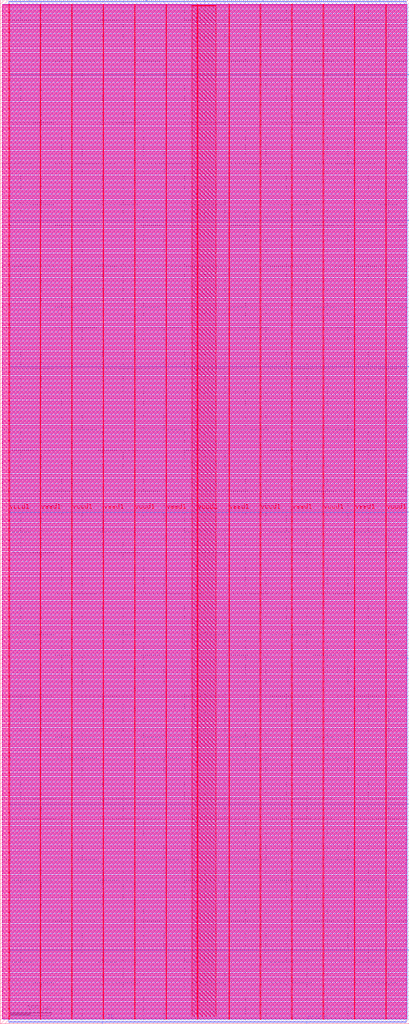
<source format=lef>
VERSION 5.7 ;
  NOWIREEXTENSIONATPIN ON ;
  DIVIDERCHAR "/" ;
  BUSBITCHARS "[]" ;
MACRO seven_segment_seconds
  CLASS BLOCK ;
  FOREIGN seven_segment_seconds ;
  ORIGIN 0.000 0.000 ;
  SIZE 1000.000 BY 2500.000 ;
  PIN clk
    DIRECTION INPUT ;
    USE SIGNAL ;
    ANTENNAGATEAREA 0.852000 ;
    ANTENNADIFFAREA 6.520500 ;
    PORT
      LAYER met2 ;
        RECT 249.870 0.000 250.150 4.000 ;
    END
  END clk
  PIN io_oeb[0]
    DIRECTION OUTPUT TRISTATE ;
    USE SIGNAL ;
    PORT
      LAYER met3 ;
        RECT 996.000 179.560 1000.000 180.160 ;
    END
  END io_oeb[0]
  PIN io_oeb[1]
    DIRECTION OUTPUT TRISTATE ;
    USE SIGNAL ;
    PORT
      LAYER met3 ;
        RECT 996.000 535.880 1000.000 536.480 ;
    END
  END io_oeb[1]
  PIN io_oeb[2]
    DIRECTION OUTPUT TRISTATE ;
    USE SIGNAL ;
    PORT
      LAYER met3 ;
        RECT 996.000 892.200 1000.000 892.800 ;
    END
  END io_oeb[2]
  PIN io_oeb[3]
    DIRECTION OUTPUT TRISTATE ;
    USE SIGNAL ;
    PORT
      LAYER met3 ;
        RECT 996.000 1248.520 1000.000 1249.120 ;
    END
  END io_oeb[3]
  PIN io_oeb[4]
    DIRECTION OUTPUT TRISTATE ;
    USE SIGNAL ;
    PORT
      LAYER met3 ;
        RECT 996.000 1604.840 1000.000 1605.440 ;
    END
  END io_oeb[4]
  PIN io_oeb[5]
    DIRECTION OUTPUT TRISTATE ;
    USE SIGNAL ;
    PORT
      LAYER met3 ;
        RECT 996.000 1961.160 1000.000 1961.760 ;
    END
  END io_oeb[5]
  PIN io_oeb[6]
    DIRECTION OUTPUT TRISTATE ;
    USE SIGNAL ;
    PORT
      LAYER met3 ;
        RECT 996.000 2317.480 1000.000 2318.080 ;
    END
  END io_oeb[6]
  PIN led_out[0]
    DIRECTION OUTPUT TRISTATE ;
    USE SIGNAL ;
    ANTENNADIFFAREA 0.445500 ;
    PORT
      LAYER met2 ;
        RECT 71.850 2496.000 72.130 2500.000 ;
    END
  END led_out[0]
  PIN led_out[1]
    DIRECTION OUTPUT TRISTATE ;
    USE SIGNAL ;
    ANTENNADIFFAREA 0.795200 ;
    PORT
      LAYER met2 ;
        RECT 214.450 2496.000 214.730 2500.000 ;
    END
  END led_out[1]
  PIN led_out[2]
    DIRECTION OUTPUT TRISTATE ;
    USE SIGNAL ;
    ANTENNADIFFAREA 0.795200 ;
    PORT
      LAYER met2 ;
        RECT 357.050 2496.000 357.330 2500.000 ;
    END
  END led_out[2]
  PIN led_out[3]
    DIRECTION OUTPUT TRISTATE ;
    USE SIGNAL ;
    ANTENNADIFFAREA 0.445500 ;
    PORT
      LAYER met2 ;
        RECT 499.650 2496.000 499.930 2500.000 ;
    END
  END led_out[3]
  PIN led_out[4]
    DIRECTION OUTPUT TRISTATE ;
    USE SIGNAL ;
    ANTENNADIFFAREA 0.795200 ;
    PORT
      LAYER met2 ;
        RECT 642.250 2496.000 642.530 2500.000 ;
    END
  END led_out[4]
  PIN led_out[5]
    DIRECTION OUTPUT TRISTATE ;
    USE SIGNAL ;
    ANTENNADIFFAREA 0.795200 ;
    PORT
      LAYER met2 ;
        RECT 784.850 2496.000 785.130 2500.000 ;
    END
  END led_out[5]
  PIN led_out[6]
    DIRECTION OUTPUT TRISTATE ;
    USE SIGNAL ;
    ANTENNADIFFAREA 0.795200 ;
    PORT
      LAYER met2 ;
        RECT 927.450 2496.000 927.730 2500.000 ;
    END
  END led_out[6]
  PIN reset
    DIRECTION INPUT ;
    USE SIGNAL ;
    ANTENNAGATEAREA 0.990000 ;
    ANTENNADIFFAREA 0.434700 ;
    PORT
      LAYER met2 ;
        RECT 749.890 0.000 750.170 4.000 ;
    END
  END reset
  PIN vccd1
    DIRECTION INOUT ;
    USE POWER ;
    PORT
      LAYER met4 ;
        RECT 21.040 10.640 22.640 2489.040 ;
    END
    PORT
      LAYER met4 ;
        RECT 174.640 10.640 176.240 2489.040 ;
    END
    PORT
      LAYER met4 ;
        RECT 328.240 10.640 329.840 2489.040 ;
    END
    PORT
      LAYER met4 ;
        RECT 481.840 10.640 483.440 2489.040 ;
    END
    PORT
      LAYER met4 ;
        RECT 635.440 10.640 637.040 2489.040 ;
    END
    PORT
      LAYER met4 ;
        RECT 789.040 10.640 790.640 2489.040 ;
    END
    PORT
      LAYER met4 ;
        RECT 942.640 10.640 944.240 2489.040 ;
    END
  END vccd1
  PIN vssd1
    DIRECTION INOUT ;
    USE GROUND ;
    PORT
      LAYER met4 ;
        RECT 97.840 10.640 99.440 2489.040 ;
    END
    PORT
      LAYER met4 ;
        RECT 251.440 10.640 253.040 2489.040 ;
    END
    PORT
      LAYER met4 ;
        RECT 405.040 10.640 406.640 2489.040 ;
    END
    PORT
      LAYER met4 ;
        RECT 558.640 10.640 560.240 2489.040 ;
    END
    PORT
      LAYER met4 ;
        RECT 712.240 10.640 713.840 2489.040 ;
    END
    PORT
      LAYER met4 ;
        RECT 865.840 10.640 867.440 2489.040 ;
    END
  END vssd1
  OBS
      LAYER nwell ;
        RECT 5.330 2487.385 994.250 2488.990 ;
        RECT 5.330 2481.945 994.250 2484.775 ;
        RECT 5.330 2476.505 994.250 2479.335 ;
        RECT 5.330 2471.065 994.250 2473.895 ;
        RECT 5.330 2465.625 994.250 2468.455 ;
        RECT 5.330 2460.185 994.250 2463.015 ;
        RECT 5.330 2454.745 994.250 2457.575 ;
        RECT 5.330 2449.305 994.250 2452.135 ;
        RECT 5.330 2443.865 994.250 2446.695 ;
        RECT 5.330 2438.425 994.250 2441.255 ;
        RECT 5.330 2432.985 994.250 2435.815 ;
        RECT 5.330 2427.545 994.250 2430.375 ;
        RECT 5.330 2422.105 994.250 2424.935 ;
        RECT 5.330 2416.665 994.250 2419.495 ;
        RECT 5.330 2411.225 994.250 2414.055 ;
        RECT 5.330 2405.785 994.250 2408.615 ;
        RECT 5.330 2400.345 994.250 2403.175 ;
        RECT 5.330 2394.905 994.250 2397.735 ;
        RECT 5.330 2389.465 994.250 2392.295 ;
        RECT 5.330 2384.025 994.250 2386.855 ;
        RECT 5.330 2378.585 994.250 2381.415 ;
        RECT 5.330 2373.145 994.250 2375.975 ;
        RECT 5.330 2367.705 994.250 2370.535 ;
        RECT 5.330 2362.265 994.250 2365.095 ;
        RECT 5.330 2356.825 994.250 2359.655 ;
        RECT 5.330 2351.385 994.250 2354.215 ;
        RECT 5.330 2345.945 994.250 2348.775 ;
        RECT 5.330 2340.505 994.250 2343.335 ;
        RECT 5.330 2335.065 994.250 2337.895 ;
        RECT 5.330 2329.625 994.250 2332.455 ;
        RECT 5.330 2324.185 994.250 2327.015 ;
        RECT 5.330 2318.745 994.250 2321.575 ;
        RECT 5.330 2313.305 994.250 2316.135 ;
        RECT 5.330 2307.865 994.250 2310.695 ;
        RECT 5.330 2302.425 994.250 2305.255 ;
        RECT 5.330 2296.985 994.250 2299.815 ;
        RECT 5.330 2291.545 994.250 2294.375 ;
        RECT 5.330 2286.105 994.250 2288.935 ;
        RECT 5.330 2280.665 994.250 2283.495 ;
        RECT 5.330 2275.225 994.250 2278.055 ;
        RECT 5.330 2269.785 994.250 2272.615 ;
        RECT 5.330 2264.345 994.250 2267.175 ;
        RECT 5.330 2258.905 994.250 2261.735 ;
        RECT 5.330 2253.465 994.250 2256.295 ;
        RECT 5.330 2248.025 994.250 2250.855 ;
        RECT 5.330 2242.585 994.250 2245.415 ;
        RECT 5.330 2237.145 994.250 2239.975 ;
        RECT 5.330 2231.705 994.250 2234.535 ;
        RECT 5.330 2226.265 994.250 2229.095 ;
        RECT 5.330 2220.825 994.250 2223.655 ;
        RECT 5.330 2215.385 994.250 2218.215 ;
        RECT 5.330 2209.945 994.250 2212.775 ;
        RECT 5.330 2204.505 994.250 2207.335 ;
        RECT 5.330 2199.065 994.250 2201.895 ;
        RECT 5.330 2193.625 994.250 2196.455 ;
        RECT 5.330 2188.185 994.250 2191.015 ;
        RECT 5.330 2182.745 994.250 2185.575 ;
        RECT 5.330 2177.305 994.250 2180.135 ;
        RECT 5.330 2171.865 994.250 2174.695 ;
        RECT 5.330 2166.425 994.250 2169.255 ;
        RECT 5.330 2160.985 994.250 2163.815 ;
        RECT 5.330 2155.545 994.250 2158.375 ;
        RECT 5.330 2150.105 994.250 2152.935 ;
        RECT 5.330 2144.665 994.250 2147.495 ;
        RECT 5.330 2139.225 994.250 2142.055 ;
        RECT 5.330 2133.785 994.250 2136.615 ;
        RECT 5.330 2128.345 994.250 2131.175 ;
        RECT 5.330 2122.905 994.250 2125.735 ;
        RECT 5.330 2117.465 994.250 2120.295 ;
        RECT 5.330 2112.025 994.250 2114.855 ;
        RECT 5.330 2106.585 994.250 2109.415 ;
        RECT 5.330 2101.145 994.250 2103.975 ;
        RECT 5.330 2095.705 994.250 2098.535 ;
        RECT 5.330 2090.265 994.250 2093.095 ;
        RECT 5.330 2084.825 994.250 2087.655 ;
        RECT 5.330 2079.385 994.250 2082.215 ;
        RECT 5.330 2073.945 994.250 2076.775 ;
        RECT 5.330 2068.505 994.250 2071.335 ;
        RECT 5.330 2063.065 994.250 2065.895 ;
        RECT 5.330 2057.625 994.250 2060.455 ;
        RECT 5.330 2052.185 994.250 2055.015 ;
        RECT 5.330 2046.745 994.250 2049.575 ;
        RECT 5.330 2041.305 994.250 2044.135 ;
        RECT 5.330 2035.865 994.250 2038.695 ;
        RECT 5.330 2030.425 994.250 2033.255 ;
        RECT 5.330 2024.985 994.250 2027.815 ;
        RECT 5.330 2019.545 994.250 2022.375 ;
        RECT 5.330 2014.105 994.250 2016.935 ;
        RECT 5.330 2008.665 994.250 2011.495 ;
        RECT 5.330 2003.225 994.250 2006.055 ;
        RECT 5.330 1997.785 994.250 2000.615 ;
        RECT 5.330 1992.345 994.250 1995.175 ;
        RECT 5.330 1986.905 994.250 1989.735 ;
        RECT 5.330 1981.465 994.250 1984.295 ;
        RECT 5.330 1976.025 994.250 1978.855 ;
        RECT 5.330 1970.585 994.250 1973.415 ;
        RECT 5.330 1965.145 994.250 1967.975 ;
        RECT 5.330 1959.705 994.250 1962.535 ;
        RECT 5.330 1954.265 994.250 1957.095 ;
        RECT 5.330 1948.825 994.250 1951.655 ;
        RECT 5.330 1943.385 994.250 1946.215 ;
        RECT 5.330 1937.945 994.250 1940.775 ;
        RECT 5.330 1932.505 994.250 1935.335 ;
        RECT 5.330 1927.065 994.250 1929.895 ;
        RECT 5.330 1921.625 994.250 1924.455 ;
        RECT 5.330 1916.185 994.250 1919.015 ;
        RECT 5.330 1910.745 994.250 1913.575 ;
        RECT 5.330 1905.305 994.250 1908.135 ;
        RECT 5.330 1899.865 994.250 1902.695 ;
        RECT 5.330 1894.425 994.250 1897.255 ;
        RECT 5.330 1888.985 994.250 1891.815 ;
        RECT 5.330 1883.545 994.250 1886.375 ;
        RECT 5.330 1878.105 994.250 1880.935 ;
        RECT 5.330 1872.665 994.250 1875.495 ;
        RECT 5.330 1867.225 994.250 1870.055 ;
        RECT 5.330 1861.785 994.250 1864.615 ;
        RECT 5.330 1856.345 994.250 1859.175 ;
        RECT 5.330 1850.905 994.250 1853.735 ;
        RECT 5.330 1845.465 994.250 1848.295 ;
        RECT 5.330 1840.025 994.250 1842.855 ;
        RECT 5.330 1834.585 994.250 1837.415 ;
        RECT 5.330 1829.145 994.250 1831.975 ;
        RECT 5.330 1823.705 994.250 1826.535 ;
        RECT 5.330 1818.265 994.250 1821.095 ;
        RECT 5.330 1812.825 994.250 1815.655 ;
        RECT 5.330 1807.385 994.250 1810.215 ;
        RECT 5.330 1801.945 994.250 1804.775 ;
        RECT 5.330 1796.505 994.250 1799.335 ;
        RECT 5.330 1791.065 994.250 1793.895 ;
        RECT 5.330 1785.625 994.250 1788.455 ;
        RECT 5.330 1780.185 994.250 1783.015 ;
        RECT 5.330 1774.745 994.250 1777.575 ;
        RECT 5.330 1769.305 994.250 1772.135 ;
        RECT 5.330 1763.865 994.250 1766.695 ;
        RECT 5.330 1758.425 994.250 1761.255 ;
        RECT 5.330 1752.985 994.250 1755.815 ;
        RECT 5.330 1747.545 994.250 1750.375 ;
        RECT 5.330 1742.105 994.250 1744.935 ;
        RECT 5.330 1736.665 994.250 1739.495 ;
        RECT 5.330 1731.225 994.250 1734.055 ;
        RECT 5.330 1725.785 994.250 1728.615 ;
        RECT 5.330 1720.345 994.250 1723.175 ;
        RECT 5.330 1714.905 994.250 1717.735 ;
        RECT 5.330 1709.465 994.250 1712.295 ;
        RECT 5.330 1704.025 994.250 1706.855 ;
        RECT 5.330 1698.585 994.250 1701.415 ;
        RECT 5.330 1693.145 994.250 1695.975 ;
        RECT 5.330 1687.705 994.250 1690.535 ;
        RECT 5.330 1682.265 994.250 1685.095 ;
        RECT 5.330 1676.825 994.250 1679.655 ;
        RECT 5.330 1671.385 994.250 1674.215 ;
        RECT 5.330 1665.945 994.250 1668.775 ;
        RECT 5.330 1660.505 994.250 1663.335 ;
        RECT 5.330 1655.065 994.250 1657.895 ;
        RECT 5.330 1649.625 994.250 1652.455 ;
        RECT 5.330 1644.185 994.250 1647.015 ;
        RECT 5.330 1638.745 994.250 1641.575 ;
        RECT 5.330 1633.305 994.250 1636.135 ;
        RECT 5.330 1627.865 994.250 1630.695 ;
        RECT 5.330 1622.425 994.250 1625.255 ;
        RECT 5.330 1616.985 994.250 1619.815 ;
        RECT 5.330 1611.545 994.250 1614.375 ;
        RECT 5.330 1606.105 994.250 1608.935 ;
        RECT 5.330 1600.665 994.250 1603.495 ;
        RECT 5.330 1595.225 994.250 1598.055 ;
        RECT 5.330 1589.785 994.250 1592.615 ;
        RECT 5.330 1584.345 994.250 1587.175 ;
        RECT 5.330 1578.905 994.250 1581.735 ;
        RECT 5.330 1573.465 994.250 1576.295 ;
        RECT 5.330 1568.025 994.250 1570.855 ;
        RECT 5.330 1562.585 994.250 1565.415 ;
        RECT 5.330 1557.145 994.250 1559.975 ;
        RECT 5.330 1551.705 994.250 1554.535 ;
        RECT 5.330 1546.265 994.250 1549.095 ;
        RECT 5.330 1540.825 994.250 1543.655 ;
        RECT 5.330 1535.385 994.250 1538.215 ;
        RECT 5.330 1529.945 994.250 1532.775 ;
        RECT 5.330 1524.505 994.250 1527.335 ;
        RECT 5.330 1519.065 994.250 1521.895 ;
        RECT 5.330 1513.625 994.250 1516.455 ;
        RECT 5.330 1508.185 994.250 1511.015 ;
        RECT 5.330 1502.745 994.250 1505.575 ;
        RECT 5.330 1497.305 994.250 1500.135 ;
        RECT 5.330 1491.865 994.250 1494.695 ;
        RECT 5.330 1486.425 994.250 1489.255 ;
        RECT 5.330 1480.985 994.250 1483.815 ;
        RECT 5.330 1475.545 994.250 1478.375 ;
        RECT 5.330 1470.105 994.250 1472.935 ;
        RECT 5.330 1464.665 994.250 1467.495 ;
        RECT 5.330 1459.225 994.250 1462.055 ;
        RECT 5.330 1453.785 994.250 1456.615 ;
        RECT 5.330 1448.345 994.250 1451.175 ;
        RECT 5.330 1442.905 994.250 1445.735 ;
        RECT 5.330 1437.465 994.250 1440.295 ;
        RECT 5.330 1432.025 994.250 1434.855 ;
        RECT 5.330 1426.585 994.250 1429.415 ;
        RECT 5.330 1421.145 994.250 1423.975 ;
        RECT 5.330 1415.705 994.250 1418.535 ;
        RECT 5.330 1410.265 994.250 1413.095 ;
        RECT 5.330 1404.825 994.250 1407.655 ;
        RECT 5.330 1399.385 994.250 1402.215 ;
        RECT 5.330 1393.945 994.250 1396.775 ;
        RECT 5.330 1388.505 994.250 1391.335 ;
        RECT 5.330 1383.065 994.250 1385.895 ;
        RECT 5.330 1377.625 994.250 1380.455 ;
        RECT 5.330 1372.185 994.250 1375.015 ;
        RECT 5.330 1366.745 994.250 1369.575 ;
        RECT 5.330 1361.305 994.250 1364.135 ;
        RECT 5.330 1355.865 994.250 1358.695 ;
        RECT 5.330 1350.425 994.250 1353.255 ;
        RECT 5.330 1344.985 994.250 1347.815 ;
        RECT 5.330 1339.545 994.250 1342.375 ;
        RECT 5.330 1334.105 994.250 1336.935 ;
        RECT 5.330 1328.665 994.250 1331.495 ;
        RECT 5.330 1323.225 994.250 1326.055 ;
        RECT 5.330 1317.785 994.250 1320.615 ;
        RECT 5.330 1312.345 994.250 1315.175 ;
        RECT 5.330 1306.905 994.250 1309.735 ;
        RECT 5.330 1301.465 994.250 1304.295 ;
        RECT 5.330 1296.025 994.250 1298.855 ;
        RECT 5.330 1290.585 994.250 1293.415 ;
        RECT 5.330 1285.145 994.250 1287.975 ;
        RECT 5.330 1279.705 994.250 1282.535 ;
        RECT 5.330 1274.265 994.250 1277.095 ;
        RECT 5.330 1268.825 994.250 1271.655 ;
        RECT 5.330 1263.385 994.250 1266.215 ;
        RECT 5.330 1257.945 994.250 1260.775 ;
        RECT 5.330 1252.505 994.250 1255.335 ;
        RECT 5.330 1247.065 994.250 1249.895 ;
        RECT 5.330 1241.625 994.250 1244.455 ;
        RECT 5.330 1236.185 994.250 1239.015 ;
        RECT 5.330 1230.745 994.250 1233.575 ;
        RECT 5.330 1225.305 994.250 1228.135 ;
        RECT 5.330 1219.865 994.250 1222.695 ;
        RECT 5.330 1214.425 994.250 1217.255 ;
        RECT 5.330 1208.985 994.250 1211.815 ;
        RECT 5.330 1203.545 994.250 1206.375 ;
        RECT 5.330 1198.105 994.250 1200.935 ;
        RECT 5.330 1192.665 994.250 1195.495 ;
        RECT 5.330 1187.225 994.250 1190.055 ;
        RECT 5.330 1181.785 994.250 1184.615 ;
        RECT 5.330 1176.345 994.250 1179.175 ;
        RECT 5.330 1170.905 994.250 1173.735 ;
        RECT 5.330 1165.465 994.250 1168.295 ;
        RECT 5.330 1160.025 994.250 1162.855 ;
        RECT 5.330 1154.585 994.250 1157.415 ;
        RECT 5.330 1149.145 994.250 1151.975 ;
        RECT 5.330 1143.705 994.250 1146.535 ;
        RECT 5.330 1138.265 994.250 1141.095 ;
        RECT 5.330 1132.825 994.250 1135.655 ;
        RECT 5.330 1127.385 994.250 1130.215 ;
        RECT 5.330 1121.945 994.250 1124.775 ;
        RECT 5.330 1116.505 994.250 1119.335 ;
        RECT 5.330 1111.065 994.250 1113.895 ;
        RECT 5.330 1105.625 994.250 1108.455 ;
        RECT 5.330 1100.185 994.250 1103.015 ;
        RECT 5.330 1094.745 994.250 1097.575 ;
        RECT 5.330 1089.305 994.250 1092.135 ;
        RECT 5.330 1083.865 994.250 1086.695 ;
        RECT 5.330 1078.425 994.250 1081.255 ;
        RECT 5.330 1072.985 994.250 1075.815 ;
        RECT 5.330 1067.545 994.250 1070.375 ;
        RECT 5.330 1062.105 994.250 1064.935 ;
        RECT 5.330 1056.665 994.250 1059.495 ;
        RECT 5.330 1051.225 994.250 1054.055 ;
        RECT 5.330 1045.785 994.250 1048.615 ;
        RECT 5.330 1040.345 994.250 1043.175 ;
        RECT 5.330 1034.905 994.250 1037.735 ;
        RECT 5.330 1029.465 994.250 1032.295 ;
        RECT 5.330 1024.025 994.250 1026.855 ;
        RECT 5.330 1018.585 994.250 1021.415 ;
        RECT 5.330 1013.145 994.250 1015.975 ;
        RECT 5.330 1007.705 994.250 1010.535 ;
        RECT 5.330 1002.265 994.250 1005.095 ;
        RECT 5.330 996.825 994.250 999.655 ;
        RECT 5.330 991.385 994.250 994.215 ;
        RECT 5.330 985.945 994.250 988.775 ;
        RECT 5.330 980.505 994.250 983.335 ;
        RECT 5.330 975.065 994.250 977.895 ;
        RECT 5.330 969.625 994.250 972.455 ;
        RECT 5.330 964.185 994.250 967.015 ;
        RECT 5.330 958.745 994.250 961.575 ;
        RECT 5.330 953.305 994.250 956.135 ;
        RECT 5.330 947.865 994.250 950.695 ;
        RECT 5.330 942.425 994.250 945.255 ;
        RECT 5.330 936.985 994.250 939.815 ;
        RECT 5.330 931.545 994.250 934.375 ;
        RECT 5.330 926.105 994.250 928.935 ;
        RECT 5.330 920.665 994.250 923.495 ;
        RECT 5.330 915.225 994.250 918.055 ;
        RECT 5.330 909.785 994.250 912.615 ;
        RECT 5.330 904.345 994.250 907.175 ;
        RECT 5.330 898.905 994.250 901.735 ;
        RECT 5.330 893.465 994.250 896.295 ;
        RECT 5.330 888.025 994.250 890.855 ;
        RECT 5.330 882.585 994.250 885.415 ;
        RECT 5.330 877.145 994.250 879.975 ;
        RECT 5.330 871.705 994.250 874.535 ;
        RECT 5.330 866.265 994.250 869.095 ;
        RECT 5.330 860.825 994.250 863.655 ;
        RECT 5.330 855.385 994.250 858.215 ;
        RECT 5.330 849.945 994.250 852.775 ;
        RECT 5.330 844.505 994.250 847.335 ;
        RECT 5.330 839.065 994.250 841.895 ;
        RECT 5.330 833.625 994.250 836.455 ;
        RECT 5.330 828.185 994.250 831.015 ;
        RECT 5.330 822.745 994.250 825.575 ;
        RECT 5.330 817.305 994.250 820.135 ;
        RECT 5.330 811.865 994.250 814.695 ;
        RECT 5.330 806.425 994.250 809.255 ;
        RECT 5.330 800.985 994.250 803.815 ;
        RECT 5.330 795.545 994.250 798.375 ;
        RECT 5.330 790.105 994.250 792.935 ;
        RECT 5.330 784.665 994.250 787.495 ;
        RECT 5.330 779.225 994.250 782.055 ;
        RECT 5.330 773.785 994.250 776.615 ;
        RECT 5.330 768.345 994.250 771.175 ;
        RECT 5.330 762.905 994.250 765.735 ;
        RECT 5.330 757.465 994.250 760.295 ;
        RECT 5.330 752.025 994.250 754.855 ;
        RECT 5.330 746.585 994.250 749.415 ;
        RECT 5.330 741.145 994.250 743.975 ;
        RECT 5.330 735.705 994.250 738.535 ;
        RECT 5.330 730.265 994.250 733.095 ;
        RECT 5.330 724.825 994.250 727.655 ;
        RECT 5.330 719.385 994.250 722.215 ;
        RECT 5.330 713.945 994.250 716.775 ;
        RECT 5.330 708.505 994.250 711.335 ;
        RECT 5.330 703.065 994.250 705.895 ;
        RECT 5.330 697.625 994.250 700.455 ;
        RECT 5.330 692.185 994.250 695.015 ;
        RECT 5.330 686.745 994.250 689.575 ;
        RECT 5.330 681.305 994.250 684.135 ;
        RECT 5.330 675.865 994.250 678.695 ;
        RECT 5.330 670.425 994.250 673.255 ;
        RECT 5.330 664.985 994.250 667.815 ;
        RECT 5.330 659.545 994.250 662.375 ;
        RECT 5.330 654.105 994.250 656.935 ;
        RECT 5.330 648.665 994.250 651.495 ;
        RECT 5.330 643.225 994.250 646.055 ;
        RECT 5.330 637.785 994.250 640.615 ;
        RECT 5.330 632.345 994.250 635.175 ;
        RECT 5.330 626.905 994.250 629.735 ;
        RECT 5.330 621.465 994.250 624.295 ;
        RECT 5.330 616.025 994.250 618.855 ;
        RECT 5.330 610.585 994.250 613.415 ;
        RECT 5.330 605.145 994.250 607.975 ;
        RECT 5.330 599.705 994.250 602.535 ;
        RECT 5.330 594.265 994.250 597.095 ;
        RECT 5.330 588.825 994.250 591.655 ;
        RECT 5.330 583.385 994.250 586.215 ;
        RECT 5.330 577.945 994.250 580.775 ;
        RECT 5.330 572.505 994.250 575.335 ;
        RECT 5.330 567.065 994.250 569.895 ;
        RECT 5.330 561.625 994.250 564.455 ;
        RECT 5.330 556.185 994.250 559.015 ;
        RECT 5.330 550.745 994.250 553.575 ;
        RECT 5.330 545.305 994.250 548.135 ;
        RECT 5.330 539.865 994.250 542.695 ;
        RECT 5.330 534.425 994.250 537.255 ;
        RECT 5.330 528.985 994.250 531.815 ;
        RECT 5.330 523.545 994.250 526.375 ;
        RECT 5.330 518.105 994.250 520.935 ;
        RECT 5.330 512.665 994.250 515.495 ;
        RECT 5.330 507.225 994.250 510.055 ;
        RECT 5.330 501.785 994.250 504.615 ;
        RECT 5.330 496.345 994.250 499.175 ;
        RECT 5.330 490.905 994.250 493.735 ;
        RECT 5.330 485.465 994.250 488.295 ;
        RECT 5.330 480.025 994.250 482.855 ;
        RECT 5.330 474.585 994.250 477.415 ;
        RECT 5.330 469.145 994.250 471.975 ;
        RECT 5.330 463.705 994.250 466.535 ;
        RECT 5.330 458.265 994.250 461.095 ;
        RECT 5.330 452.825 994.250 455.655 ;
        RECT 5.330 447.385 994.250 450.215 ;
        RECT 5.330 441.945 994.250 444.775 ;
        RECT 5.330 436.505 994.250 439.335 ;
        RECT 5.330 431.065 994.250 433.895 ;
        RECT 5.330 425.625 994.250 428.455 ;
        RECT 5.330 420.185 994.250 423.015 ;
        RECT 5.330 414.745 994.250 417.575 ;
        RECT 5.330 409.305 994.250 412.135 ;
        RECT 5.330 403.865 994.250 406.695 ;
        RECT 5.330 398.425 994.250 401.255 ;
        RECT 5.330 392.985 994.250 395.815 ;
        RECT 5.330 387.545 994.250 390.375 ;
        RECT 5.330 382.105 994.250 384.935 ;
        RECT 5.330 376.665 994.250 379.495 ;
        RECT 5.330 371.225 994.250 374.055 ;
        RECT 5.330 365.785 994.250 368.615 ;
        RECT 5.330 360.345 994.250 363.175 ;
        RECT 5.330 354.905 994.250 357.735 ;
        RECT 5.330 349.465 994.250 352.295 ;
        RECT 5.330 344.025 994.250 346.855 ;
        RECT 5.330 338.585 994.250 341.415 ;
        RECT 5.330 333.145 994.250 335.975 ;
        RECT 5.330 327.705 994.250 330.535 ;
        RECT 5.330 322.265 994.250 325.095 ;
        RECT 5.330 316.825 994.250 319.655 ;
        RECT 5.330 311.385 994.250 314.215 ;
        RECT 5.330 305.945 994.250 308.775 ;
        RECT 5.330 300.505 994.250 303.335 ;
        RECT 5.330 295.065 994.250 297.895 ;
        RECT 5.330 289.625 994.250 292.455 ;
        RECT 5.330 284.185 994.250 287.015 ;
        RECT 5.330 278.745 994.250 281.575 ;
        RECT 5.330 273.305 994.250 276.135 ;
        RECT 5.330 267.865 994.250 270.695 ;
        RECT 5.330 262.425 994.250 265.255 ;
        RECT 5.330 256.985 994.250 259.815 ;
        RECT 5.330 251.545 994.250 254.375 ;
        RECT 5.330 246.105 994.250 248.935 ;
        RECT 5.330 240.665 994.250 243.495 ;
        RECT 5.330 235.225 994.250 238.055 ;
        RECT 5.330 229.785 994.250 232.615 ;
        RECT 5.330 224.345 994.250 227.175 ;
        RECT 5.330 218.905 994.250 221.735 ;
        RECT 5.330 213.465 994.250 216.295 ;
        RECT 5.330 208.025 994.250 210.855 ;
        RECT 5.330 202.585 994.250 205.415 ;
        RECT 5.330 197.145 994.250 199.975 ;
        RECT 5.330 191.705 994.250 194.535 ;
        RECT 5.330 186.265 994.250 189.095 ;
        RECT 5.330 180.825 994.250 183.655 ;
        RECT 5.330 175.385 994.250 178.215 ;
        RECT 5.330 169.945 994.250 172.775 ;
        RECT 5.330 164.505 994.250 167.335 ;
        RECT 5.330 159.065 994.250 161.895 ;
        RECT 5.330 153.625 994.250 156.455 ;
        RECT 5.330 148.185 994.250 151.015 ;
        RECT 5.330 142.745 994.250 145.575 ;
        RECT 5.330 137.305 994.250 140.135 ;
        RECT 5.330 131.865 994.250 134.695 ;
        RECT 5.330 126.425 994.250 129.255 ;
        RECT 5.330 120.985 994.250 123.815 ;
        RECT 5.330 115.545 994.250 118.375 ;
        RECT 5.330 110.105 994.250 112.935 ;
        RECT 5.330 104.665 994.250 107.495 ;
        RECT 5.330 99.225 994.250 102.055 ;
        RECT 5.330 93.785 994.250 96.615 ;
        RECT 5.330 88.345 994.250 91.175 ;
        RECT 5.330 82.905 994.250 85.735 ;
        RECT 5.330 77.465 994.250 80.295 ;
        RECT 5.330 72.025 994.250 74.855 ;
        RECT 5.330 66.585 994.250 69.415 ;
        RECT 5.330 61.145 994.250 63.975 ;
        RECT 5.330 55.705 994.250 58.535 ;
        RECT 5.330 50.265 994.250 53.095 ;
        RECT 5.330 44.825 994.250 47.655 ;
        RECT 5.330 39.385 994.250 42.215 ;
        RECT 5.330 33.945 994.250 36.775 ;
        RECT 5.330 28.505 994.250 31.335 ;
        RECT 5.330 23.065 994.250 25.895 ;
        RECT 5.330 17.625 994.250 20.455 ;
        RECT 5.330 12.185 994.250 15.015 ;
      LAYER li1 ;
        RECT 5.520 10.795 994.060 2488.885 ;
      LAYER met1 ;
        RECT 5.520 10.640 994.060 2489.040 ;
      LAYER met2 ;
        RECT 21.070 2495.720 71.570 2496.690 ;
        RECT 72.410 2495.720 214.170 2496.690 ;
        RECT 215.010 2495.720 356.770 2496.690 ;
        RECT 357.610 2495.720 499.370 2496.690 ;
        RECT 500.210 2495.720 641.970 2496.690 ;
        RECT 642.810 2495.720 784.570 2496.690 ;
        RECT 785.410 2495.720 927.170 2496.690 ;
        RECT 928.010 2495.720 992.590 2496.690 ;
        RECT 21.070 4.280 992.590 2495.720 ;
        RECT 21.070 4.000 249.590 4.280 ;
        RECT 250.430 4.000 749.610 4.280 ;
        RECT 750.450 4.000 992.590 4.280 ;
      LAYER met3 ;
        RECT 21.050 2318.480 996.000 2488.965 ;
        RECT 21.050 2317.080 995.600 2318.480 ;
        RECT 21.050 1962.160 996.000 2317.080 ;
        RECT 21.050 1960.760 995.600 1962.160 ;
        RECT 21.050 1605.840 996.000 1960.760 ;
        RECT 21.050 1604.440 995.600 1605.840 ;
        RECT 21.050 1249.520 996.000 1604.440 ;
        RECT 21.050 1248.120 995.600 1249.520 ;
        RECT 21.050 893.200 996.000 1248.120 ;
        RECT 21.050 891.800 995.600 893.200 ;
        RECT 21.050 536.880 996.000 891.800 ;
        RECT 21.050 535.480 995.600 536.880 ;
        RECT 21.050 180.560 996.000 535.480 ;
        RECT 21.050 179.160 995.600 180.560 ;
        RECT 21.050 10.715 996.000 179.160 ;
      LAYER met4 ;
        RECT 468.575 17.175 481.440 2485.905 ;
        RECT 483.840 17.175 526.865 2485.905 ;
  END
END seven_segment_seconds
END LIBRARY


</source>
